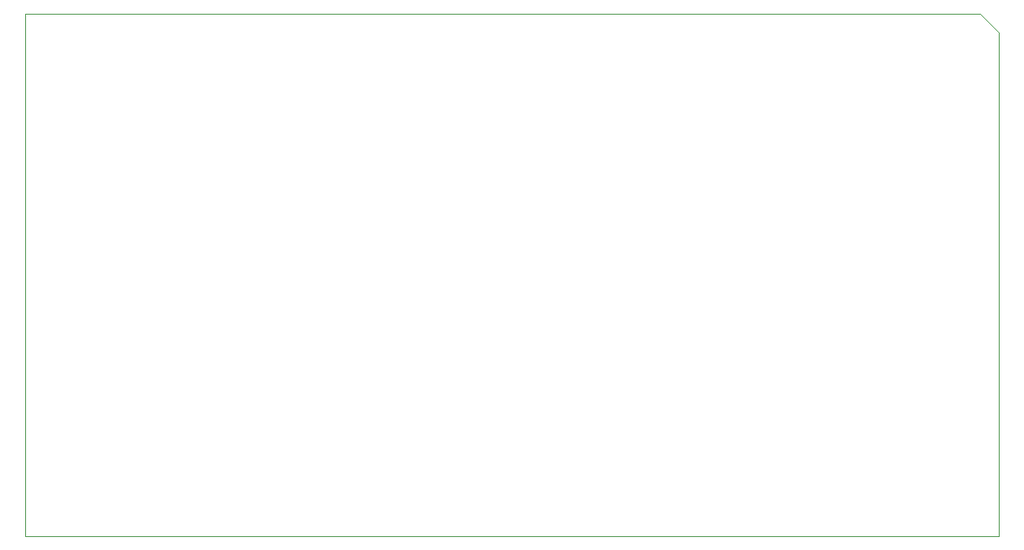
<source format=gbr>
%TF.GenerationSoftware,KiCad,Pcbnew,(6.0.5)*%
%TF.CreationDate,2022-07-11T22:22:59-04:00*%
%TF.ProjectId,MAXFeederShield,4d415846-6565-4646-9572-536869656c64,rev?*%
%TF.SameCoordinates,Original*%
%TF.FileFunction,Profile,NP*%
%FSLAX46Y46*%
G04 Gerber Fmt 4.6, Leading zero omitted, Abs format (unit mm)*
G04 Created by KiCad (PCBNEW (6.0.5)) date 2022-07-11 22:22:59*
%MOMM*%
%LPD*%
G01*
G04 APERTURE LIST*
%TA.AperFunction,Profile*%
%ADD10C,0.100000*%
%TD*%
G04 APERTURE END LIST*
D10*
X172500000Y-41000000D02*
X73000000Y-41000000D01*
X73000000Y-41000000D02*
X73000000Y-95500000D01*
X73000000Y-95500000D02*
X174500000Y-95500000D01*
X174500000Y-43000000D02*
X172500000Y-41000000D01*
X174500000Y-54000000D02*
X174500000Y-43000000D01*
X174500000Y-95500000D02*
X174500000Y-54000000D01*
M02*

</source>
